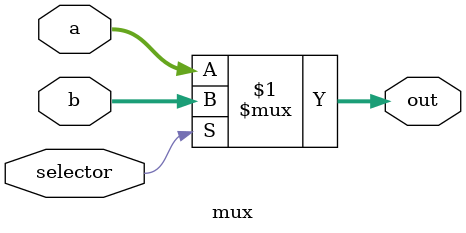
<source format=v>
module mux(
	input selector,
	input [31:0]a,
	input [31:0]b,
	output [31:0]out
);

	assign out = (selector) ? b : a;

endmodule

</source>
